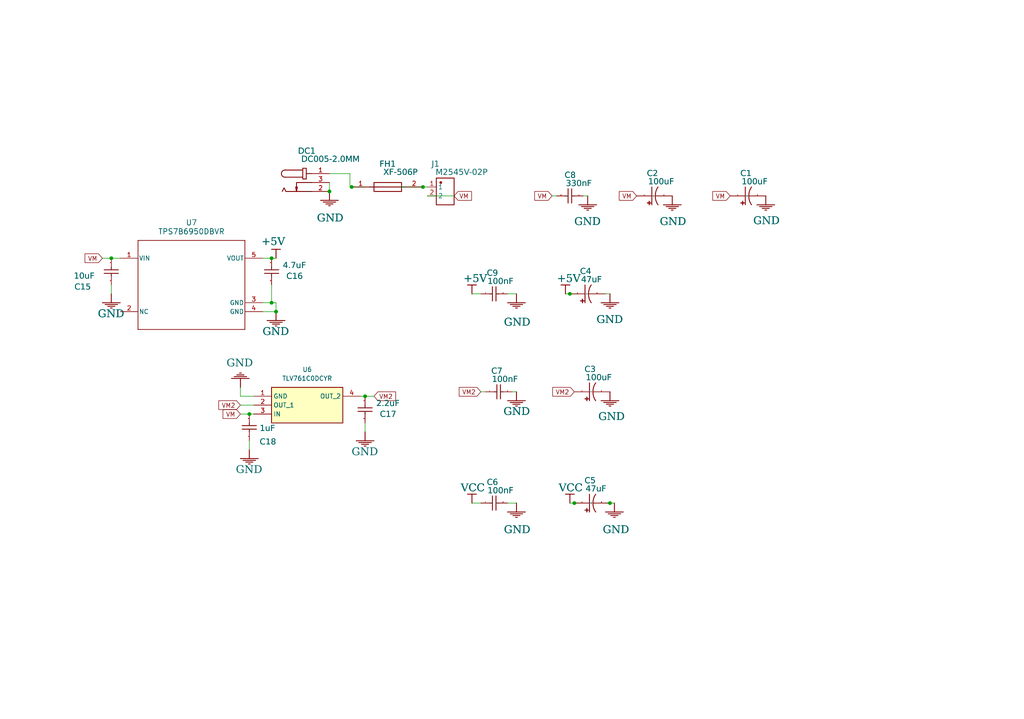
<source format=kicad_sch>
(kicad_sch (version 20231120) (generator "eeschema") (generator_version "8.0")
  (paper "User" 292.1 205.105)
  (lib_symbols
    (symbol "+5V" (power) (pin_numbers hide) (pin_names hide)
      (property "Value" "+5V" (at 0 3.81 0))
      (symbol "+5V_0_0"
        (polyline (pts (xy -1.27 -2.54) (xy 1.27 -2.54)) (stroke (width 0.254)))
        (polyline (pts (xy 0 0) (xy 0 -2.54)) (stroke (width 0.254)))
        (pin power_in line (at 0 0 270) (length 0) (name "+5V") (number "1"))
      )
    )
    (symbol "0805B334K500NT"
      (property "Reference" "C8" (at -1.4986 6.7691 0))
      (property "Value" "330nF" (at -1.4986 4.4831 0))
      (symbol "0805B334K500NT_0_0"
        (polyline (pts (xy -1.27 0) (xy -0.508 0)) (stroke (width 0.254)))
        (polyline (pts (xy -0.508 2.032) (xy -0.508 -2.032)) (stroke (width 0.254)))
        (polyline (pts (xy 0.508 0) (xy 1.27 0)) (stroke (width 0.254)))
        (polyline (pts (xy 0.508 2.032) (xy 0.508 -2.032)) (stroke (width 0.254)))
        (pin input line (at -3.81 0 0) (length 2.54) (name "1") (number "1"))
        (pin input line (at 3.81 0 180) (length 2.54) (name "2") (number "2"))
      )
    )
    (symbol "12VReg_TLV761C0DCYR:TLV761C0DCYR"
      (property "Reference" "IC" (at 26.67 7.62 0))
      (property "Value" "TLV761C0DCYR" (at 26.67 5.08 0))
      (symbol "TLV761C0DCYR_1_1"
        (rectangle (start 5.08 2.54) (end 25.4 -7.62) (stroke (width 0.254)) (fill (type background)))
        (pin passive line (at 0 0 0) (length 5.08) (name "GND") (number "1"))
        (pin passive line (at 0 -2.54 0) (length 5.08) (name "OUT_1") (number "2"))
        (pin passive line (at 0 -5.08 0) (length 5.08) (name "IN") (number "3"))
        (pin passive line (at 30.48 0 180) (length 5.08) (name "OUT_2") (number "4"))
      )
    )
    (symbol "5VReg_2025-02-18_01-49-23:TPS7B6950DBVR" (pin_names (offset 0.254))
      (property "Reference" "U" (at 0 2.54 0))
      (property "Value" "TPS7B6950DBVR" (at 0 0 0))
      (symbol "TPS7B6950DBVR_0_1"
        (polyline (pts (xy -15.24 -12.7) (xy 15.24 -12.7)) (stroke (width 0.2032)))
        (polyline (pts (xy -15.24 12.7) (xy -15.24 -12.7)) (stroke (width 0.2032)))
        (polyline (pts (xy 15.24 -12.7) (xy 15.24 12.7)) (stroke (width 0.2032)))
        (polyline (pts (xy 15.24 12.7) (xy -15.24 12.7)) (stroke (width 0.2032)))
        (pin power_in line (at -20.32 7.62 0) (length 5.08) (name "VIN") (number "1"))
        (pin unspecified line (at -20.32 -7.62 0) (length 5.08) (name "NC") (number "2"))
        (pin power_in line (at 20.32 -5.08 180) (length 5.08) (name "GND") (number "3"))
        (pin power_in line (at 20.32 -7.62 180) (length 5.08) (name "GND") (number "4"))
        (pin power_in line (at 20.32 7.62 180) (length 5.08) (name "VOUT") (number "5"))
      )
    )
    (symbol "CL05B104KO5NNNC"
      (property "Reference" "C6" (at -2.0828 6.7945 0))
      (property "Value" "100nF" (at -2.2606 4.4831 0))
      (symbol "CL05B104KO5NNNC_0_0"
        (polyline (pts (xy -1.27 0) (xy -0.508 0)) (stroke (width 0.254)))
        (polyline (pts (xy -0.508 2.032) (xy -0.508 -2.032)) (stroke (width 0.254)))
        (polyline (pts (xy 0.508 0) (xy 1.27 0)) (stroke (width 0.254)))
        (polyline (pts (xy 0.508 2.032) (xy 0.508 -2.032)) (stroke (width 0.254)))
        (pin input line (at -3.81 0 0) (length 2.54) (name "1") (number "1"))
        (pin input line (at 3.81 0 180) (length 2.54) (name "2") (number "2"))
      )
    )
    (symbol "CL05B104KO5NNNC_1"
      (property "Reference" "C7" (at -2.0828 6.7945 0))
      (property "Value" "100nF" (at -2.2606 4.4831 0))
      (symbol "CL05B104KO5NNNC_1_0_0"
        (polyline (pts (xy -1.27 0) (xy -0.508 0)) (stroke (width 0.254)))
        (polyline (pts (xy -0.508 2.032) (xy -0.508 -2.032)) (stroke (width 0.254)))
        (polyline (pts (xy 0.508 0) (xy 1.27 0)) (stroke (width 0.254)))
        (polyline (pts (xy 0.508 2.032) (xy 0.508 -2.032)) (stroke (width 0.254)))
        (pin input line (at -3.81 0 0) (length 2.54) (name "1") (number "1"))
        (pin input line (at 3.81 0 180) (length 2.54) (name "2") (number "2"))
      )
    )
    (symbol "CL05B104KO5NNNC_2"
      (property "Reference" "C9" (at -2.0828 6.7945 0))
      (property "Value" "100nF" (at -2.2606 4.4831 0))
      (symbol "CL05B104KO5NNNC_2_0_0"
        (polyline (pts (xy -1.27 0) (xy -0.508 0)) (stroke (width 0.254)))
        (polyline (pts (xy -0.508 2.032) (xy -0.508 -2.032)) (stroke (width 0.254)))
        (polyline (pts (xy 0.508 0) (xy 1.27 0)) (stroke (width 0.254)))
        (polyline (pts (xy 0.508 2.032) (xy 0.508 -2.032)) (stroke (width 0.254)))
        (pin input line (at -3.81 0 0) (length 2.54) (name "1") (number "1"))
        (pin input line (at 3.81 0 180) (length 2.54) (name "2") (number "2"))
      )
    )
    (symbol "DC005-2.0MM"
      (property "Reference" "DC1" (at -2.6162 9.8425 0))
      (property "Value" "DC005-2.0MM" (at -2.6162 7.5819 0))
      (symbol "DC005-2.0MM_0_0"
        (arc (start -6.35 3.556) (mid -7.366 2.54) (end -6.35 1.524) (stroke (width 0.254)))
        (rectangle (start -1.27 4.064) (end -0.254 1.016) (stroke (width 0.254)))
        (polyline (pts (xy -3.048 -2.54) (xy -2.794 -1.27)) (stroke (width 0.254)))
        (polyline (pts (xy -1.27 1.524) (xy -6.35 1.524)) (stroke (width 0.254)))
        (polyline (pts (xy -1.27 3.556) (xy -6.35 3.556)) (stroke (width 0.254)))
        (polyline (pts (xy 1.27 2.54) (xy -0.254 2.54)) (stroke (width 0.254)))
        (polyline (pts (xy 1.27 -2.54) (xy -6.096 -2.54) (xy -6.604 -1.524) (xy -7.112 -2.54)) (stroke (width 0.254)))
        (polyline (pts (xy 1.27 0) (xy -3.048 0) (xy -3.048 -2.54) (xy -3.302 -1.27)) (stroke (width 0.254)))
        (pin unspecified line (at 6.35 2.54 180) (length 5.08) (name "1") (number "1"))
        (pin unspecified line (at 6.35 -2.54 180) (length 5.08) (name "2") (number "2"))
        (pin unspecified line (at 6.35 0 180) (length 5.08) (name "3") (number "3"))
      )
    )
    (symbol "GND" (power) (pin_numbers hide) (pin_names hide)
      (property "Value" "GND" (at 0 6.35 0))
      (symbol "GND_0_0"
        (polyline (pts (xy -2.54 -2.54) (xy 2.54 -2.54)) (stroke (width 0.254)))
        (polyline (pts (xy -1.778 -3.048) (xy 1.778 -3.048)) (stroke (width 0.254)))
        (polyline (pts (xy -1.016 -3.556) (xy 1.016 -3.556)) (stroke (width 0.254)))
        (polyline (pts (xy -0.254 -4.064) (xy 0.254 -4.064)) (stroke (width 0.254)))
        (polyline (pts (xy 0 0) (xy 0 -2.54)) (stroke (width 0.254)))
        (pin power_in line (at 0 0 270) (length 0) (name "GND") (number "1"))
      )
    )
    (symbol "M2545V-02P"
      (property "Reference" "J1" (at -3.8862 8.6741 0))
      (property "Value" "M2545V-02P" (at -3.8862 6.3881 0))
      (symbol "M2545V-02P_0_0"
        (rectangle (start -2.54 3.81) (end 2.54 -3.81) (stroke (width 0.254)))
        (circle (center -1.27 2.54) (radius 0.254) (stroke (width 0.254)) (fill (type outline)))
        (pin unspecified line (at -5.08 1.27 0) (length 2.54) (name "1") (number "1"))
        (pin unspecified line (at -5.08 -1.27 0) (length 2.54) (name "2") (number "2"))
      )
    )
    (symbol "VCC" (power) (pin_numbers hide) (pin_names hide)
      (property "Value" "VCC" (at 0 3.81 0))
      (symbol "VCC_0_0"
        (polyline (pts (xy -1.27 -2.54) (xy 1.27 -2.54)) (stroke (width 0.254)))
        (polyline (pts (xy 0 0) (xy 0 -2.54)) (stroke (width 0.254)))
        (pin power_in line (at 0 0 270) (length 0) (name "VCC") (number "1"))
      )
    )
    (symbol "VEJ101M1HTR-0810"
      (property "Reference" "C2" (at -2.159 7.2771 0))
      (property "Value" "100uF" (at -2.159 4.9911 0))
      (symbol "VEJ101M1HTR-0810_0_0"
        (rectangle (start -2.032 -1.9812) (end -1.016 -2.032) (stroke (width 0.254)) (fill (type background)))
        (rectangle (start -1.524 -1.524) (end -1.4732 -2.54) (stroke (width 0.254)) (fill (type background)))
        (polyline (pts (xy -0.762 -2.54) (xy -0.762 2.54)) (stroke (width 0.254)))
        (arc (start 0.254 0) (mid 0.4185 -1.335) (end 1.016 -2.54) (stroke (width 0.254)))
        (arc (start 1.016 2.54) (mid 0.4262 1.3326) (end 0.254 0) (stroke (width 0.254)))
        (pin unspecified line (at -5.08 0 0) (length 4.318) (name "1") (number "1"))
        (pin unspecified line (at 5.08 0 180) (length 4.826) (name "2") (number "2"))
      )
    )
    (symbol "VEJ101M1HTR-0810_1"
      (property "Reference" "C1" (at -2.159 7.2771 0))
      (property "Value" "100uF" (at -2.159 4.9911 0))
      (symbol "VEJ101M1HTR-0810_1_0_0"
        (rectangle (start -2.032 -1.9812) (end -1.016 -2.032) (stroke (width 0.254)) (fill (type background)))
        (rectangle (start -1.524 -1.524) (end -1.4732 -2.54) (stroke (width 0.254)) (fill (type background)))
        (polyline (pts (xy -0.762 -2.54) (xy -0.762 2.54)) (stroke (width 0.254)))
        (arc (start 0.254 0) (mid 0.4185 -1.335) (end 1.016 -2.54) (stroke (width 0.254)))
        (arc (start 1.016 2.54) (mid 0.4262 1.3326) (end 0.254 0) (stroke (width 0.254)))
        (pin unspecified line (at -5.08 0 0) (length 4.318) (name "1") (number "1"))
        (pin unspecified line (at 5.08 0 180) (length 4.826) (name "2") (number "2"))
      )
    )
    (symbol "VEJ101M1HTR-0810_2"
      (property "Reference" "C3" (at -2.159 7.2771 0))
      (property "Value" "100uF" (at -2.159 4.9911 0))
      (symbol "VEJ101M1HTR-0810_2_0_0"
        (rectangle (start -2.032 -1.9812) (end -1.016 -2.032) (stroke (width 0.254)) (fill (type background)))
        (rectangle (start -1.524 -1.524) (end -1.4732 -2.54) (stroke (width 0.254)) (fill (type background)))
        (polyline (pts (xy -0.762 -2.54) (xy -0.762 2.54)) (stroke (width 0.254)))
        (arc (start 0.254 0) (mid 0.4185 -1.335) (end 1.016 -2.54) (stroke (width 0.254)))
        (arc (start 1.016 2.54) (mid 0.4262 1.3326) (end 0.254 0) (stroke (width 0.254)))
        (pin unspecified line (at -5.08 0 0) (length 4.318) (name "1") (number "1"))
        (pin unspecified line (at 5.08 0 180) (length 4.826) (name "2") (number "2"))
      )
    )
    (symbol "VES470M1CTR-0505"
      (property "Reference" "C4" (at -2.159 7.2771 0))
      (property "Value" "47uF" (at -2.159 4.9911 0))
      (symbol "VES470M1CTR-0505_0_0"
        (rectangle (start -2.032 -1.9812) (end -1.016 -2.032) (stroke (width 0.254)) (fill (type background)))
        (rectangle (start -1.524 -1.524) (end -1.4732 -2.54) (stroke (width 0.254)) (fill (type background)))
        (polyline (pts (xy -0.762 -2.54) (xy -0.762 2.54)) (stroke (width 0.254)))
        (arc (start 0.254 0) (mid 0.4185 -1.335) (end 1.016 -2.54) (stroke (width 0.254)))
        (arc (start 1.016 2.54) (mid 0.4262 1.3326) (end 0.254 0) (stroke (width 0.254)))
        (pin unspecified line (at -5.08 0 0) (length 4.318) (name "1") (number "1"))
        (pin unspecified line (at 5.08 0 180) (length 4.826) (name "2") (number "2"))
      )
    )
    (symbol "VES470M1CTR-0505_1"
      (property "Reference" "C5" (at -2.159 7.2771 0))
      (property "Value" "47uF" (at -2.159 4.9911 0))
      (symbol "VES470M1CTR-0505_1_0_0"
        (rectangle (start -2.032 -2.0066) (end -1.016 -2.032) (stroke (width 0.254)) (fill (type background)))
        (rectangle (start -1.524 -1.524) (end -1.4732 -2.54) (stroke (width 0.254)) (fill (type background)))
        (polyline (pts (xy -0.762 -2.54) (xy -0.762 2.54)) (stroke (width 0.254)))
        (arc (start 0.254 0) (mid 0.4185 -1.335) (end 1.016 -2.54) (stroke (width 0.254)))
        (arc (start 1.016 2.54) (mid 0.4262 1.3326) (end 0.254 0) (stroke (width 0.254)))
        (pin unspecified line (at -5.08 0 0) (length 4.318) (name "1") (number "1"))
        (pin unspecified line (at 5.08 0 180) (length 4.826) (name "2") (number "2"))
      )
    )
    (symbol "XF-506P"
      (property "Reference" "FH1" (at -2.2352 7.4041 0))
      (property "Value" "XF-506P" (at -2.2352 5.1181 0))
      (symbol "XF-506P_0_0"
        (rectangle (start -3.81 1.27) (end 4.064 -1.27) (stroke (width 0.254)))
        (polyline (pts (xy -5.08 0) (xy 5.08 0)) (stroke (width 0.254)))
        (pin unspecified line (at -10.16 0 0) (length 5.08) (name "1") (number "1"))
        (pin unspecified line (at 10.16 0 180) (length 5.08) (name "2") (number "2"))
      )
    )
  )
  (junction (at 163.83 143.51))
  (junction (at 173.99 143.51))
  (junction (at 78.74 88.9))
  (junction (at 71.12 118.11))
  (junction (at 77.47 73.66))
  (junction (at 100.33 53.34))
  (junction (at 162.56 83.82))
  (junction (at 93.98 54.61))
  (junction (at 77.47 86.36))
  (junction (at 120.65 53.34))
  (junction (at 31.75 73.66))
  (junction (at 104.14 113.03))
  (wire (pts (xy 144.78 143.51) (xy 147.32 143.51)))
  (wire (pts (xy 74.93 86.36) (xy 77.47 86.36)))
  (wire (pts (xy 71.12 118.11) (xy 72.39 118.11)))
  (wire (pts (xy 77.47 86.36) (xy 78.74 86.36)))
  (wire (pts (xy 74.93 73.66) (xy 77.47 73.66)))
  (wire (pts (xy 93.98 49.53) (xy 99.822 49.53)))
  (wire (pts (xy 78.74 86.36) (xy 78.74 88.9)))
  (wire (pts (xy 74.93 88.9) (xy 78.74 88.9)))
  (wire (pts (xy 165.1 83.82) (xy 162.56 83.82)))
  (wire (pts (xy 102.87 113.03) (xy 104.14 113.03)))
  (wire (pts (xy 166.37 55.88) (xy 167.64 55.88)))
  (wire (pts (xy 77.47 81.28) (xy 77.47 86.36)))
  (wire (pts (xy 147.32 111.76) (xy 146.05 111.76)))
  (wire (pts (xy 158.75 55.88) (xy 157.48 55.88)))
  (wire (pts (xy 121.92 55.88) (xy 129.54 55.88)))
  (wire (pts (xy 68.58 113.03) (xy 72.39 113.03)))
  (wire (pts (xy 134.62 143.51) (xy 137.16 143.51)))
  (wire (pts (xy 162.56 83.82) (xy 161.29 83.82)))
  (wire (pts (xy 100.33 53.34) (xy 104.14 53.34)))
  (wire (pts (xy 31.75 73.66) (xy 34.29 73.66)))
  (wire (pts (xy 144.78 83.82) (xy 147.32 83.82)))
  (wire (pts (xy 68.58 118.11) (xy 71.12 118.11)))
  (wire (pts (xy 114.3 53.34) (xy 120.65 53.34)))
  (wire (pts (xy 120.65 53.34) (xy 121.92 53.34)))
  (wire (pts (xy 99.822 53.34) (xy 100.33 53.34)))
  (wire (pts (xy 71.12 125.73) (xy 71.12 128.27)))
  (wire (pts (xy 99.822 49.53) (xy 99.822 53.34)))
  (wire (pts (xy 104.14 113.03) (xy 106.68 113.03)))
  (wire (pts (xy 163.83 143.51) (xy 165.1 143.51)))
  (wire (pts (xy 137.16 83.82) (xy 134.62 83.82)))
  (wire (pts (xy 68.58 110.49) (xy 68.58 113.03)))
  (wire (pts (xy 173.99 143.51) (xy 175.26 143.51)))
  (wire (pts (xy 77.47 73.66) (xy 78.74 73.66)))
  (wire (pts (xy 68.58 115.57) (xy 72.39 115.57)))
  (wire (pts (xy 104.14 120.65) (xy 104.14 123.19)))
  (wire (pts (xy 31.75 81.28) (xy 31.75 83.82)))
  (wire (pts (xy 93.98 52.07) (xy 93.98 54.61)))
  (wire (pts (xy 162.56 143.51) (xy 163.83 143.51)))
  (wire (pts (xy 29.21 73.66) (xy 31.75 73.66)))
  (wire (pts (xy 138.43 111.76) (xy 137.16 111.76)))
  (wire (pts (xy 172.72 83.82) (xy 173.99 83.82)))
  (wire (pts (xy 172.72 143.51) (xy 173.99 143.51)))
  (global_label "VM2" (shape input) (at 163.83 111.76 180) (property "Intersheetrefs" "${INTERSHEET_REFS}" (effects (hide yes))))
  (global_label "VM" (shape input) (at 29.21 73.66 180) (property "Intersheetrefs" "${INTERSHEET_REFS}" (effects (hide yes))))
  (global_label "VM" (shape input) (at 129.54 55.88 0) (property "Intersheetrefs" "${INTERSHEET_REFS}" (effects (hide yes))))
  (global_label "VM2" (shape input) (at 68.58 115.57 180) (property "Intersheetrefs" "${INTERSHEET_REFS}" (effects (hide yes))))
  (global_label "VM2" (shape input) (at 137.16 111.76 180) (property "Intersheetrefs" "${INTERSHEET_REFS}" (effects (hide yes))))
  (global_label "VM" (shape input) (at 181.61 55.88 180) (property "Intersheetrefs" "${INTERSHEET_REFS}" (effects (hide yes))))
  (global_label "VM2" (shape input) (at 106.68 113.03 0) (property "Intersheetrefs" "${INTERSHEET_REFS}" (effects (hide yes))))
  (global_label "VM" (shape input) (at 157.48 55.88 180) (property "Intersheetrefs" "${INTERSHEET_REFS}" (effects (hide yes))))
  (global_label "VM" (shape input) (at 208.28 55.88 180) (property "Intersheetrefs" "${INTERSHEET_REFS}" (effects (hide yes))))
  (global_label "VM" (shape input) (at 68.58 118.11 180) (property "Intersheetrefs" "${INTERSHEET_REFS}" (effects (hide yes))))
  (symbol (lib_id "VES470M1CTR-0505_1") (at 168.91 143.51 0) (unit 0)
    (property "Reference" "C5" (at 166.751 136.2329 0) (effects (font (size 1.6891 1.6891)) (justify left top)))
    (property "Value" "47uF" (at 166.751 138.5189 0) (effects (font (size 1.6891 1.6891)) (justify left top)))
    (property "Footprint" "library:47uF_100uF_Capacitor_CAPAE830X1080N" (effects (hide yes)))
    (property "BOM_Manufacturer Part" "VES470M1CTR-0505" (effects (hide yes)))
    (property "BOM_Manufacturer" "Lelon" (effects (hide yes)))
    (property "BOM_Supplier Part" "C134798" (effects (hide yes)))
    (property "BOM_Supplier" "LCSC" (effects (hide yes)))
  )
  (symbol (lib_id "+5V") (at 161.29 83.82 0) (mirror x) (unit 0)
    (property "Reference" "#PWR0124" (effects (hide yes)))
    (property "Value" "+5V" (at 158.75 80.772 0) (effects (font (size 2.1717 2.1717)) (justify left top)))
    (property "Description" "Power symbol creates a global label with name '+5V'" (effects (hide yes)))
  )
  (symbol (lib_id "GND") (at 147.32 111.76 0) (unit 0)
    (property "Reference" "#PWR0127" (effects (hide yes)))
    (property "Value" "GND" (at 143.891 118.6942 0) (effects (font (size 2.1717 2.1717)) (justify left bottom)))
    (property "Description" "Power symbol creates a global label with name 'GND'" (effects (hide yes)))
  )
  (symbol (lib_id "VEJ101M1HTR-0810_2") (at 168.91 111.76 0) (unit 0)
    (property "Reference" "C3" (at 166.751 104.4829 0) (effects (font (size 1.6891 1.6891)) (justify left top)))
    (property "Value" "100uF" (at 166.751 106.7689 0) (effects (font (size 1.6891 1.6891)) (justify left top)))
    (property "Footprint" "library:47uF_100uF_Capacitor_CAPAE830X1080N" (effects (hide yes)))
    (property "BOM_Manufacturer Part" "VEJ101M1HTR-0810" (effects (hide yes)))
    (property "BOM_Manufacturer" "Lelon" (effects (hide yes)))
    (property "BOM_Supplier Part" "C176665" (effects (hide yes)))
    (property "BOM_Supplier" "LCSC" (effects (hide yes)))
  )
  (symbol (lib_id "GND") (at 104.14 123.19 0) (unit 0)
    (property "Reference" "#PWR05" (effects (hide yes)))
    (property "Value" "GND" (at 107.569 130.175 0) (effects (font (size 2.1717 2.1717)) (justify right bottom)))
    (property "Description" "Power symbol creates a global label with name 'GND'" (effects (hide yes)))
  )
  (symbol (lib_id "CL05B104KO5NNNC_2") (at 77.47 77.47 90) (unit 0)
    (property "Reference" "C16" (at 86.36 79.756 90) (effects (font (size 1.6891 1.6891)) (justify left top)))
    (property "Value" "4.7uF" (at 87.63 76.708 90) (effects (font (size 1.6891 1.6891)) (justify left top)))
    (property "Footprint" "library:0.1uF_CAPC2012X94N" (effects (hide yes)))
    (property "BOM_Manufacturer Part" "CL05B104KO5NNNC" (effects (hide yes)))
    (property "BOM_Manufacturer" "SAMSUNG" (effects (hide yes)))
    (property "BOM_Supplier Part" "C1525" (effects (hide yes)))
    (property "BOM_Supplier" "LCSC" (effects (hide yes)))
  )
  (symbol (lib_id "CL05B104KO5NNNC_2") (at 104.14 116.84 90) (unit 0)
    (property "Reference" "C17" (at 113.03 119.126 90) (effects (font (size 1.6891 1.6891)) (justify left top)))
    (property "Value" "2.2uF" (at 114.3 116.078 90) (effects (font (size 1.6891 1.6891)) (justify left top)))
    (property "Footprint" "library:0.1uF_CAPC2012X94N" (effects (hide yes)))
    (property "BOM_Manufacturer Part" "CL05B104KO5NNNC" (effects (hide yes)))
    (property "BOM_Manufacturer" "SAMSUNG" (effects (hide yes)))
    (property "BOM_Supplier Part" "C1525" (effects (hide yes)))
    (property "BOM_Supplier" "LCSC" (effects (hide yes)))
  )
  (symbol (lib_id "GND") (at 173.99 111.76 0) (unit 0)
    (property "Reference" "#PWR0121" (effects (hide yes)))
    (property "Value" "GND" (at 170.942 120.142 0) (effects (font (size 2.1717 2.1717)) (justify left bottom)))
    (property "Description" "Power symbol creates a global label with name 'GND'" (effects (hide yes)))
  )
  (symbol (lib_id "GND") (at 173.99 83.82 0) (unit 0)
    (property "Reference" "#PWR0128" (effects (hide yes)))
    (property "Value" "GND" (at 170.434 92.456 0) (effects (font (size 2.1717 2.1717)) (justify left bottom)))
    (property "Description" "Power symbol creates a global label with name 'GND'" (effects (hide yes)))
  )
  (symbol (lib_id "XF-506P") (at 110.49 53.34 0) (unit 0)
    (property "Reference" "FH1" (at 108.2548 45.9359 0) (effects (font (size 1.6891 1.6891)) (justify left top)))
    (property "Value" "XF-506P" (at 108.2548 48.2219 0) (effects (font (size 1.6891 1.6891)) (justify left top)))
    (property "Footprint" "library:FuseHolder_RHDR2W53P0X508_1X2_765X255X455P" (effects (hide yes)))
    (property "BOM_Manufacturer Part" "XF-506P" (effects (hide yes)))
    (property "BOM_Manufacturer" "XFCN" (effects (hide yes)))
    (property "BOM_Supplier Part" "C492610" (effects (hide yes)))
    (property "BOM_Supplier" "LCSC" (effects (hide yes)))
  )
  (symbol (lib_id "0805B334K500NT") (at 162.56 55.88 0) (unit 0)
    (property "Reference" "C8" (at 161.0614 49.1109 0) (effects (font (size 1.6891 1.6891)) (justify left top)))
    (property "Value" "330nF" (at 161.0614 51.3969 0) (effects (font (size 1.6891 1.6891)) (justify left top)))
    (property "Footprint" "library:0.33uF_Capacitor_CAPC3216X127N" (effects (hide yes)))
    (property "BOM_Manufacturer Part" "0805B334K500NT" (effects (hide yes)))
    (property "BOM_Manufacturer" "FH" (effects (hide yes)))
    (property "BOM_Supplier Part" "C1740" (effects (hide yes)))
    (property "BOM_Supplier" "LCSC" (effects (hide yes)))
  )
  (symbol (lib_id "DC005-2.0MM") (at 87.63 52.07 0) (unit 0)
    (property "Reference" "DC1" (at 85.0138 42.2275 0) (effects (font (size 1.6891 1.6891)) (justify left top)))
    (property "Value" "DC005-2.0MM" (at 85.0138 44.4881 0) (effects (font (size 1.6891 1.6891)) (justify left top)))
    (property "Footprint" "library:DC_PowerConn_694108402002" (effects (hide yes)))
    (property "BOM_Manufacturer Part" "DC005-2.0MM" (effects (hide yes)))
    (property "BOM_Manufacturer" "SOFNG" (effects (hide yes)))
    (property "BOM_Supplier Part" "C111567" (effects (hide yes)))
    (property "BOM_Supplier" "LCSC" (effects (hide yes)))
  )
  (symbol (lib_id "CL05B104KO5NNNC") (at 140.97 143.51 0) (unit 0)
    (property "Reference" "C6" (at 138.8872 136.7155 0) (effects (font (size 1.6891 1.6891)) (justify left top)))
    (property "Value" "100nF" (at 138.7094 139.0269 0) (effects (font (size 1.6891 1.6891)) (justify left top)))
    (property "Footprint" "library:0.1uF_CAPC2012X94N" (effects (hide yes)))
    (property "BOM_Manufacturer Part" "CL05B104KO5NNNC" (effects (hide yes)))
    (property "BOM_Manufacturer" "SAMSUNG" (effects (hide yes)))
    (property "BOM_Supplier Part" "C1525" (effects (hide yes)))
    (property "BOM_Supplier" "LCSC" (effects (hide yes)))
  )
  (symbol (lib_id "VCC") (at 134.62 143.51 0) (mirror x) (unit 0)
    (property "Reference" "#PWR0115" (effects (hide yes)))
    (property "Value" "VCC" (at 131.572 140.462 0) (effects (font (size 2.1717 2.1717)) (justify left top)))
    (property "Description" "Power symbol creates a global label with name 'VCC'" (effects (hide yes)))
  )
  (symbol (lib_id "M2545V-02P") (at 127 54.61 0) (unit 0)
    (property "Reference" "J1" (at 123.1138 45.9359 0) (effects (font (size 1.6891 1.6891)) (justify left top)))
    (property "Value" "M2545V-02P" (at 123.1138 48.2219 0) (effects (font (size 1.6891 1.6891)) (justify left top)))
    (property "Footprint" "Connector_PinHeader_2.54mm:PinHeader_1x02_P2.54mm_Vertical" (effects (hide yes)))
    (property "BOM_Manufacturer Part" "M2545V-02P" (effects (hide yes)))
    (property "BOM_Manufacturer" "XFCN" (effects (hide yes)))
    (property "BOM_Supplier Part" "C509147" (effects (hide yes)))
    (property "BOM_Supplier" "LCSC" (effects (hide yes)))
  )
  (symbol (lib_id "VEJ101M1HTR-0810") (at 186.69 55.88 0) (unit 0)
    (property "Reference" "C2" (at 184.531 48.6029 0) (effects (font (size 1.6891 1.6891)) (justify left top)))
    (property "Value" "100uF" (at 184.531 50.8889 0) (effects (font (size 1.6891 1.6891)) (justify left top)))
    (property "Footprint" "library:47uF_100uF_Capacitor_CAPAE830X1080N" (effects (hide yes)))
    (property "BOM_Manufacturer Part" "VEJ101M1HTR-0810" (effects (hide yes)))
    (property "BOM_Manufacturer" "Lelon" (effects (hide yes)))
    (property "BOM_Supplier Part" "C176665" (effects (hide yes)))
    (property "BOM_Supplier" "LCSC" (effects (hide yes)))
  )
  (symbol (lib_id "GND") (at 78.74 88.9 0) (unit 0)
    (property "Reference" "#PWR03" (effects (hide yes)))
    (property "Value" "GND" (at 82.169 95.885 0) (effects (font (size 2.1717 2.1717)) (justify right bottom)))
    (property "Description" "Power symbol creates a global label with name 'GND'" (effects (hide yes)))
  )
  (symbol (lib_id "CL05B104KO5NNNC_2") (at 71.12 121.92 90) (unit 0)
    (property "Reference" "C18" (at 78.74 127 90) (effects (font (size 1.6891 1.6891)) (justify left top)))
    (property "Value" "1uF" (at 78.74 123.19 90) (effects (font (size 1.6891 1.6891)) (justify left top)))
    (property "Footprint" "library:0.1uF_CAPC2012X94N" (effects (hide yes)))
    (property "BOM_Manufacturer Part" "CL05B104KO5NNNC" (effects (hide yes)))
    (property "BOM_Manufacturer" "SAMSUNG" (effects (hide yes)))
    (property "BOM_Supplier Part" "C1525" (effects (hide yes)))
    (property "BOM_Supplier" "LCSC" (effects (hide yes)))
  )
  (symbol (lib_id "GND") (at 175.26 143.51 0) (unit 0)
    (property "Reference" "#PWR0122" (effects (hide yes)))
    (property "Value" "GND" (at 172.212 152.4 0) (effects (font (size 2.1717 2.1717)) (justify left bottom)))
    (property "Description" "Power symbol creates a global label with name 'GND'" (effects (hide yes)))
  )
  (symbol (lib_id "GND") (at 31.75 83.82 0) (unit 0)
    (property "Reference" "#PWR04" (effects (hide yes)))
    (property "Value" "GND" (at 35.179 90.805 0) (effects (font (size 2.1717 2.1717)) (justify right bottom)))
    (property "Description" "Power symbol creates a global label with name 'GND'" (effects (hide yes)))
  )
  (symbol (lib_id "GND") (at 218.44 55.88 0) (unit 0)
    (property "Reference" "#PWR0129" (effects (hide yes)))
    (property "Value" "GND" (at 215.138 64.262 0) (effects (font (size 2.1717 2.1717)) (justify left bottom)))
    (property "Description" "Power symbol creates a global label with name 'GND'" (effects (hide yes)))
  )
  (symbol (lib_id "GND") (at 167.64 55.88 0) (unit 0)
    (property "Reference" "#PWR0123" (effects (hide yes)))
    (property "Value" "GND" (at 164.084 64.516 0) (effects (font (size 2.1717 2.1717)) (justify left bottom)))
    (property "Description" "Power symbol creates a global label with name 'GND'" (effects (hide yes)))
  )
  (symbol (lib_id "GND") (at 147.32 83.82 0) (unit 0)
    (property "Reference" "#PWR0120" (effects (hide yes)))
    (property "Value" "GND" (at 144.018 93.218 0) (effects (font (size 2.1717 2.1717)) (justify left bottom)))
    (property "Description" "Power symbol creates a global label with name 'GND'" (effects (hide yes)))
  )
  (symbol (lib_id "CL05B104KO5NNNC_2") (at 140.97 83.82 0) (unit 0)
    (property "Reference" "C9" (at 138.8872 77.0255 0) (effects (font (size 1.6891 1.6891)) (justify left top)))
    (property "Value" "100nF" (at 138.7094 79.3369 0) (effects (font (size 1.6891 1.6891)) (justify left top)))
    (property "Footprint" "library:0.1uF_CAPC2012X94N" (effects (hide yes)))
    (property "BOM_Manufacturer Part" "CL05B104KO5NNNC" (effects (hide yes)))
    (property "BOM_Manufacturer" "SAMSUNG" (effects (hide yes)))
    (property "BOM_Supplier Part" "C1525" (effects (hide yes)))
    (property "BOM_Supplier" "LCSC" (effects (hide yes)))
  )
  (symbol (lib_id "CL05B104KO5NNNC_1") (at 142.24 111.76 0) (unit 0)
    (property "Reference" "C7" (at 140.1572 104.9655 0) (effects (font (size 1.6891 1.6891)) (justify left top)))
    (property "Value" "100nF" (at 139.9794 107.2769 0) (effects (font (size 1.6891 1.6891)) (justify left top)))
    (property "Footprint" "library:0.1uF_CAPC2012X94N" (effects (hide yes)))
    (property "BOM_Manufacturer Part" "CL05B104KO5NNNC" (effects (hide yes)))
    (property "BOM_Manufacturer" "SAMSUNG" (effects (hide yes)))
    (property "BOM_Supplier Part" "C1525" (effects (hide yes)))
    (property "BOM_Supplier" "LCSC" (effects (hide yes)))
  )
  (symbol (lib_id "VCC") (at 162.56 143.51 0) (mirror x) (unit 0)
    (property "Reference" "#PWR0116" (effects (hide yes)))
    (property "Value" "VCC" (at 159.512 140.462 0) (effects (font (size 2.1717 2.1717)) (justify left top)))
    (property "Description" "Power symbol creates a global label with name 'VCC'" (effects (hide yes)))
  )
  (symbol (lib_id "GND") (at 93.98 54.61 0) (unit 0)
    (property "Reference" "#PWR0117" (effects (hide yes)))
    (property "Value" "GND" (at 90.678 63.5 0) (effects (font (size 2.1717 2.1717)) (justify left bottom)))
    (property "Description" "Power symbol creates a global label with name 'GND'" (effects (hide yes)))
  )
  (symbol (lib_id "+5V") (at 134.62 83.82 0) (mirror x) (unit 0)
    (property "Reference" "#PWR0131" (effects (hide yes)))
    (property "Value" "+5V" (at 132.08 80.772 0) (effects (font (size 2.1717 2.1717)) (justify left top)))
    (property "Description" "Power symbol creates a global label with name '+5V'" (effects (hide yes)))
  )
  (symbol (lib_id "5VReg_2025-02-18_01-49-23:TPS7B6950DBVR") (at 54.61 81.28 0) (unit 1)
    (property "Reference" "U7" (at 54.61 63.5 0) (effects (font (size 1.524 1.524))))
    (property "Value" "TPS7B6950DBVR" (at 54.61 66.04 0) (effects (font (size 1.524 1.524))))
    (property "Footprint" "library:DBV0005A_N" (effects (hide yes)))
    (property "Datasheet" "TPS7B6950DBVR" (effects (hide yes)))
  )
  (symbol (lib_id "VES470M1CTR-0505") (at 167.64 83.82 0) (unit 0)
    (property "Reference" "C4" (at 165.481 76.5429 0) (effects (font (size 1.6891 1.6891)) (justify left top)))
    (property "Value" "47uF" (at 165.481 78.8289 0) (effects (font (size 1.6891 1.6891)) (justify left top)))
    (property "Footprint" "library:47uF_100uF_Capacitor_CAPAE830X1080N" (effects (hide yes)))
    (property "BOM_Manufacturer Part" "VES470M1CTR-0505" (effects (hide yes)))
    (property "BOM_Manufacturer" "Lelon" (effects (hide yes)))
    (property "BOM_Supplier Part" "C134798" (effects (hide yes)))
    (property "BOM_Supplier" "LCSC" (effects (hide yes)))
  )
  (symbol (lib_id "GND") (at 147.32 143.51 0) (unit 0)
    (property "Reference" "#PWR0126" (effects (hide yes)))
    (property "Value" "GND" (at 144.018 152.4 0) (effects (font (size 2.1717 2.1717)) (justify left bottom)))
    (property "Description" "Power symbol creates a global label with name 'GND'" (effects (hide yes)))
  )
  (symbol (lib_id "VEJ101M1HTR-0810_1") (at 213.36 55.88 0) (unit 0)
    (property "Reference" "C1" (at 211.201 48.6029 0) (effects (font (size 1.6891 1.6891)) (justify left top)))
    (property "Value" "100uF" (at 211.201 50.8889 0) (effects (font (size 1.6891 1.6891)) (justify left top)))
    (property "Footprint" "library:47uF_100uF_Capacitor_CAPAE830X1080N" (effects (hide yes)))
    (property "BOM_Manufacturer Part" "VEJ101M1HTR-0810" (effects (hide yes)))
    (property "BOM_Manufacturer" "Lelon" (effects (hide yes)))
    (property "BOM_Supplier Part" "C176665" (effects (hide yes)))
    (property "BOM_Supplier" "LCSC" (effects (hide yes)))
  )
  (symbol (lib_id "GND") (at 71.12 128.27 0) (unit 0)
    (property "Reference" "#PWR06" (effects (hide yes)))
    (property "Value" "GND" (at 74.549 135.255 0) (effects (font (size 2.1717 2.1717)) (justify right bottom)))
    (property "Description" "Power symbol creates a global label with name 'GND'" (effects (hide yes)))
  )
  (symbol (lib_id "12VReg_TLV761C0DCYR:TLV761C0DCYR") (at 72.39 113.03 0) (unit 1)
    (property "Reference" "U6" (at 87.63 105.41 0))
    (property "Value" "TLV761C0DCYR" (at 87.63 107.95 0))
    (property "Footprint" "library:SOT230P700X180-4N" (effects (hide yes)))
    (property "Datasheet" "https://www.ti.com/lit/ds/symlink/tlv761.pdf?ts=1680598814664&ref_url=https%253A%252F%252Fwww.ti.com%252Fproduct%252FTLV761" (effects (hide yes)))
    (property "Description" "Linear Voltage Regulators 1A 16V high-PSRR linear voltage regulator 4-SOT-223 -40 to 125" (effects (hide yes)))
    (property "Height" "1.8" (effects (hide yes)))
    (property "Mouser Part Number" "595-TLV761C0DCYR" (effects (hide yes)))
    (property "Mouser Price/Stock" "https://www.mouser.co.uk/ProductDetail/Texas-Instruments/TLV761C0DCYR?qs=VVKQmw408U888kzCkq2Yjg%3D%3D" (effects (hide yes)))
    (property "Manufacturer_Name" "Texas Instruments" (effects (hide yes)))
    (property "Manufacturer_Part_Number" "TLV761C0DCYR" (effects (hide yes)))
  )
  (symbol (lib_id "+5V") (at 78.74 73.66 0) (mirror x) (unit 0)
    (property "Reference" "#PWR02" (effects (hide yes)))
    (property "Value" "+5V" (at 81.4578 70.231 0) (effects (font (size 2.1717 2.1717)) (justify right top)))
    (property "Description" "Power symbol creates a global label with name '+5V'" (effects (hide yes)))
  )
  (symbol (lib_id "GND") (at 68.58 110.49 180) (unit 0)
    (property "Reference" "#PWR01" (effects (hide yes)))
    (property "Value" "GND" (at 71.882 102.362 0) (effects (font (size 2.1717 2.1717)) (justify left bottom)))
    (property "Description" "Power symbol creates a global label with name 'GND'" (effects (hide yes)))
  )
  (symbol (lib_id "CL05B104KO5NNNC_2") (at 31.75 77.47 90) (unit 0)
    (property "Reference" "C15" (at 25.908 82.804 90) (effects (font (size 1.6891 1.6891)) (justify left top)))
    (property "Value" "10uF" (at 27.2669 79.7306 90) (effects (font (size 1.6891 1.6891)) (justify left top)))
    (property "Footprint" "library:0.1uF_CAPC2012X94N" (effects (hide yes)))
    (property "BOM_Manufacturer Part" "CL05B104KO5NNNC" (effects (hide yes)))
    (property "BOM_Manufacturer" "SAMSUNG" (effects (hide yes)))
    (property "BOM_Supplier Part" "C1525" (effects (hide yes)))
    (property "BOM_Supplier" "LCSC" (effects (hide yes)))
  )
  (symbol (lib_id "GND") (at 191.77 55.88 0) (unit 0)
    (property "Reference" "#PWR0130" (effects (hide yes)))
    (property "Value" "GND" (at 188.468 64.516 0) (effects (font (size 2.1717 2.1717)) (justify left bottom)))
    (property "Description" "Power symbol creates a global label with name 'GND'" (effects (hide yes)))
  )
)
</source>
